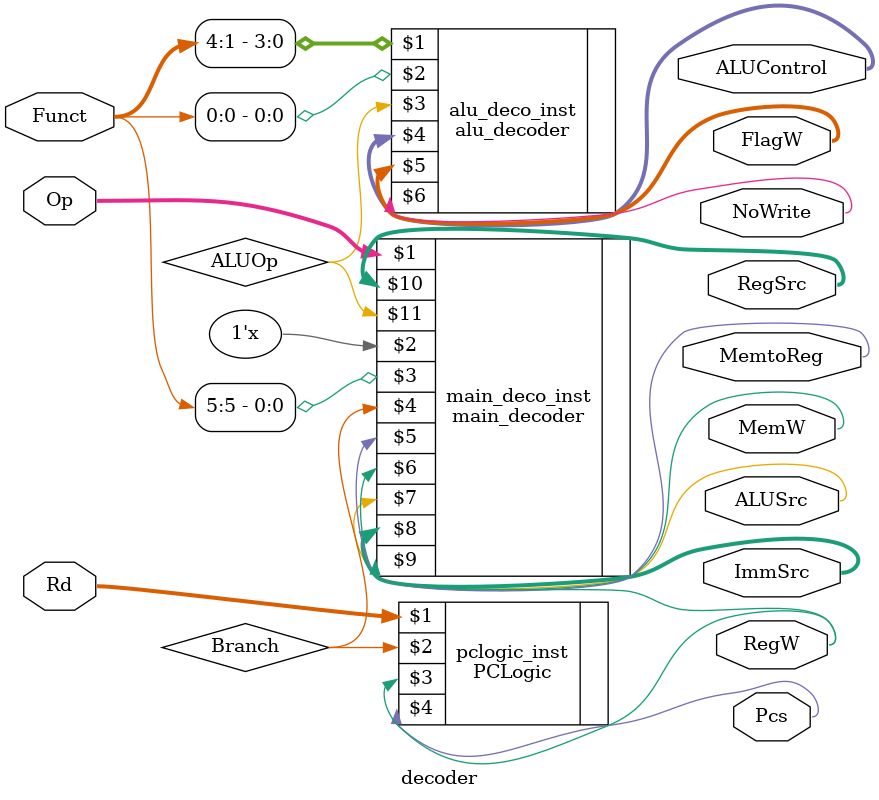
<source format=sv>
module decoder(
input logic [3:0] Rd,
input logic [1:0] Op,
input logic [5:0] Funct,
output logic RegW,
output logic MemW,
output logic MemtoReg,
output logic ALUSrc,
output logic Pcs,
output logic [1:0] ImmSrc,
output logic [1:0] RegSrc,
output logic [1:0] ALUControl,
output logic [1:0] FlagW,
output logic NoWrite
);

main_decoder main_deco_inst(Op, Funt[0], Funct[5], Branch, MemtoReg, MemW, ALUSrc, ImmSrc, RegW, RegSrc, ALUOp);

PCLogic pclogic_inst(Rd, Branch, RegW, Pcs);

alu_decoder alu_deco_inst(Funct[4:1], Funct[0], ALUOp, ALUControl, FlagW, NoWrite);

endmodule 
</source>
